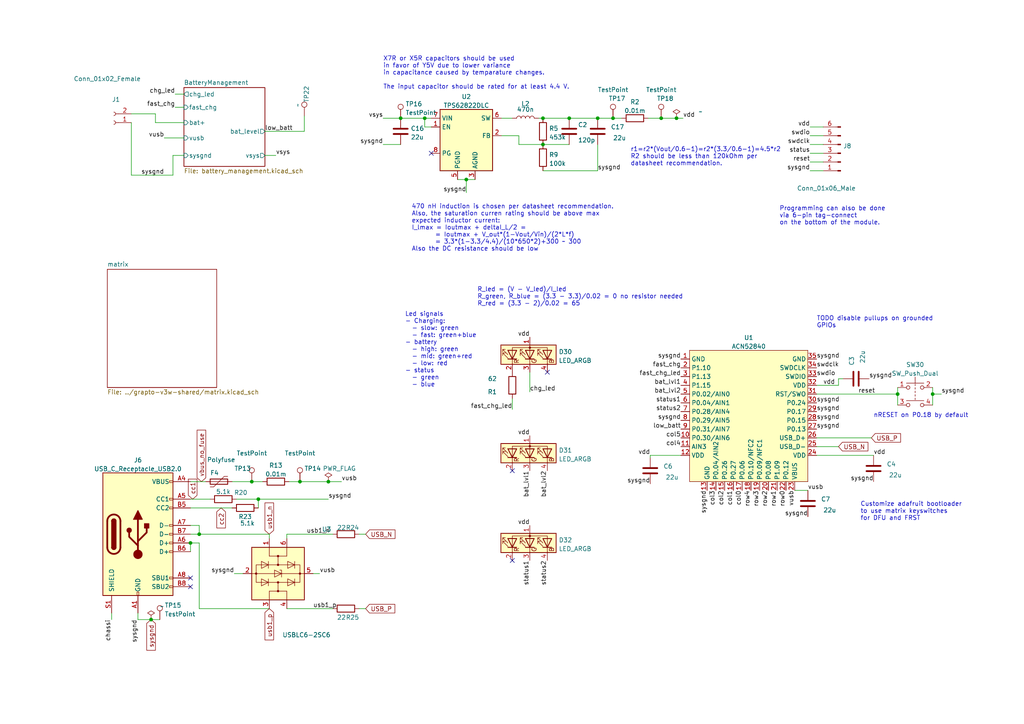
<source format=kicad_sch>
(kicad_sch (version 20211123) (generator eeschema)
  (paper "A4")
  (lib_symbols
    (symbol "Connector:Conn_01x02_Female" (pin_names (offset 1.016) hide)
      (property "Reference" "J" (at 0 2.54 0))
      (property "Value" "Conn_01x02_Female" (at 0 -5.08 0))
      (symbol "Conn_01x02_Female_1_1"
        (arc (start 0 -2.032) (mid -0.508 -2.54) (end 0 -3.048) (stroke (width 0.1524)))
        (polyline (pts (xy -1.27 -2.54) (xy -0.508 -2.54)) (stroke (width 0.1524)))
        (polyline (pts (xy -1.27 0) (xy -0.508 0)) (stroke (width 0.1524)))
        (arc (start 0 0.508) (mid -0.508 0) (end 0 -0.508) (stroke (width 0.1524)))
        (pin passive line (at -5.08 0 0) (length 3.81) (name "Pin_1") (number "1"))
        (pin passive line (at -5.08 -2.54 0) (length 3.81) (name "Pin_2") (number "2"))
      )
    )
    (symbol "Connector:Conn_01x06_Male" (pin_names (offset 1.016) hide)
      (property "Reference" "J" (at 0 7.62 0))
      (property "Value" "Conn_01x06_Male" (at 0 -10.16 0))
      (symbol "Conn_01x06_Male_1_1"
        (polyline (pts (xy 1.27 -7.62) (xy 0.8636 -7.62)) (stroke (width 0.1524)))
        (polyline (pts (xy 1.27 -5.08) (xy 0.8636 -5.08)) (stroke (width 0.1524)))
        (polyline (pts (xy 1.27 -2.54) (xy 0.8636 -2.54)) (stroke (width 0.1524)))
        (polyline (pts (xy 1.27 0) (xy 0.8636 0)) (stroke (width 0.1524)))
        (polyline (pts (xy 1.27 2.54) (xy 0.8636 2.54)) (stroke (width 0.1524)))
        (polyline (pts (xy 1.27 5.08) (xy 0.8636 5.08)) (stroke (width 0.1524)))
        (rectangle (start 0.8636 -7.493) (end 0 -7.747) (stroke (width 0.1524)) (fill (type outline)))
        (rectangle (start 0.8636 -4.953) (end 0 -5.207) (stroke (width 0.1524)) (fill (type outline)))
        (rectangle (start 0.8636 -2.413) (end 0 -2.667) (stroke (width 0.1524)) (fill (type outline)))
        (rectangle (start 0.8636 0.127) (end 0 -0.127) (stroke (width 0.1524)) (fill (type outline)))
        (rectangle (start 0.8636 2.667) (end 0 2.413) (stroke (width 0.1524)) (fill (type outline)))
        (rectangle (start 0.8636 5.207) (end 0 4.953) (stroke (width 0.1524)) (fill (type outline)))
        (pin passive line (at 5.08 5.08 180) (length 3.81) (name "Pin_1") (number "1"))
        (pin passive line (at 5.08 2.54 180) (length 3.81) (name "Pin_2") (number "2"))
        (pin passive line (at 5.08 0 180) (length 3.81) (name "Pin_3") (number "3"))
        (pin passive line (at 5.08 -2.54 180) (length 3.81) (name "Pin_4") (number "4"))
        (pin passive line (at 5.08 -5.08 180) (length 3.81) (name "Pin_5") (number "5"))
        (pin passive line (at 5.08 -7.62 180) (length 3.81) (name "Pin_6") (number "6"))
      )
    )
    (symbol "Connector:TestPoint" (pin_numbers hide) (pin_names (offset 0.762) hide)
      (property "Reference" "TP" (at 0 6.858 0))
      (property "Value" "TestPoint" (at 0 5.08 0))
      (symbol "TestPoint_0_1"
        (circle (center 0 3.302) (radius 0.762))
      )
      (symbol "TestPoint_1_1"
        (pin passive line (at 0 0 90) (length 2.54) (name "1") (number "1"))
      )
    )
    (symbol "Connector:USB_C_Receptacle_USB2.0" (pin_names (offset 1.016))
      (property "Reference" "J" (at -10.16 19.05 0))
      (property "Value" "USB_C_Receptacle_USB2.0" (at 19.05 19.05 0))
      (symbol "USB_C_Receptacle_USB2.0_0_0"
        (rectangle (start -0.254 -17.78) (end 0.254 -16.764))
        (rectangle (start 10.16 -14.986) (end 9.144 -15.494))
        (rectangle (start 10.16 -12.446) (end 9.144 -12.954))
        (rectangle (start 10.16 -4.826) (end 9.144 -5.334))
        (rectangle (start 10.16 -2.286) (end 9.144 -2.794))
        (rectangle (start 10.16 0.254) (end 9.144 -0.254))
        (rectangle (start 10.16 2.794) (end 9.144 2.286))
        (rectangle (start 10.16 7.874) (end 9.144 7.366))
        (rectangle (start 10.16 10.414) (end 9.144 9.906))
        (rectangle (start 10.16 15.494) (end 9.144 14.986))
      )
      (symbol "USB_C_Receptacle_USB2.0_0_1"
        (rectangle (start -10.16 17.78) (end 10.16 -17.78) (stroke (width 0.254)) (fill (type background)))
        (arc (start -8.89 -3.81) (mid -6.985 -5.715) (end -5.08 -3.81) (stroke (width 0.508)))
        (arc (start -7.62 -3.81) (mid -6.985 -4.445) (end -6.35 -3.81) (stroke (width 0.254)))
        (arc (start -7.62 -3.81) (mid -6.985 -4.445) (end -6.35 -3.81) (stroke (width 0.254)) (fill (type outline)))
        (rectangle (start -7.62 -3.81) (end -6.35 3.81) (stroke (width 0.254)) (fill (type outline)))
        (arc (start -6.35 3.81) (mid -6.985 4.445) (end -7.62 3.81) (stroke (width 0.254)))
        (arc (start -6.35 3.81) (mid -6.985 4.445) (end -7.62 3.81) (stroke (width 0.254)) (fill (type outline)))
        (arc (start -5.08 3.81) (mid -6.985 5.715) (end -8.89 3.81) (stroke (width 0.508)))
        (circle (center -2.54 1.143) (radius 0.635) (stroke (width 0.254)) (fill (type outline)))
        (circle (center 0 -5.842) (radius 1.27) (fill (type outline)))
        (polyline (pts (xy -8.89 -3.81) (xy -8.89 3.81)) (stroke (width 0.508)))
        (polyline (pts (xy -5.08 3.81) (xy -5.08 -3.81)) (stroke (width 0.508)))
        (polyline (pts (xy 0 -5.842) (xy 0 4.318)) (stroke (width 0.508)))
        (polyline (pts (xy 0 -3.302) (xy -2.54 -0.762) (xy -2.54 0.508)) (stroke (width 0.508)))
        (polyline (pts (xy 0 -2.032) (xy 2.54 0.508) (xy 2.54 1.778)) (stroke (width 0.508)))
        (polyline (pts (xy -1.27 4.318) (xy 0 6.858) (xy 1.27 4.318) (xy -1.27 4.318)) (stroke (width 0.254)) (fill (type outline)))
        (rectangle (start 1.905 1.778) (end 3.175 3.048) (stroke (width 0.254)) (fill (type outline)))
      )
      (symbol "USB_C_Receptacle_USB2.0_1_1"
        (pin passive line (at 0 -22.86 90) (length 5.08) (name "GND") (number "A1"))
        (pin passive line (at 0 -22.86 90) (length 5.08) hide (name "GND") (number "A12"))
        (pin passive line (at 15.24 15.24 180) (length 5.08) (name "VBUS") (number "A4"))
        (pin bidirectional line (at 15.24 10.16 180) (length 5.08) (name "CC1") (number "A5"))
        (pin bidirectional line (at 15.24 -2.54 180) (length 5.08) (name "D+") (number "A6"))
        (pin bidirectional line (at 15.24 2.54 180) (length 5.08) (name "D-") (number "A7"))
        (pin bidirectional line (at 15.24 -12.7 180) (length 5.08) (name "SBU1") (number "A8"))
        (pin passive line (at 15.24 15.24 180) (length 5.08) hide (name "VBUS") (number "A9"))
        (pin passive line (at 0 -22.86 90) (length 5.08) hide (name "GND") (number "B1"))
        (pin passive line (at 0 -22.86 90) (length 5.08) hide (name "GND") (number "B12"))
        (pin passive line (at 15.24 15.24 180) (length 5.08) hide (name "VBUS") (number "B4"))
        (pin bidirectional line (at 15.24 7.62 180) (length 5.08) (name "CC2") (number "B5"))
        (pin bidirectional line (at 15.24 -5.08 180) (length 5.08) (name "D+") (number "B6"))
        (pin bidirectional line (at 15.24 0 180) (length 5.08) (name "D-") (number "B7"))
        (pin bidirectional line (at 15.24 -15.24 180) (length 5.08) (name "SBU2") (number "B8"))
        (pin passive line (at 15.24 15.24 180) (length 5.08) hide (name "VBUS") (number "B9"))
        (pin passive line (at -7.62 -22.86 90) (length 5.08) (name "SHIELD") (number "S1"))
      )
    )
    (symbol "Device:C" (pin_numbers hide) (pin_names (offset 0.254))
      (property "Reference" "C" (at 0.635 2.54 0))
      (property "Value" "C" (at 0.635 -2.54 0))
      (symbol "C_0_1"
        (polyline (pts (xy -2.032 -0.762) (xy 2.032 -0.762)) (stroke (width 0.508)))
        (polyline (pts (xy -2.032 0.762) (xy 2.032 0.762)) (stroke (width 0.508)))
      )
      (symbol "C_1_1"
        (pin passive line (at 0 3.81 270) (length 2.794) (name "~") (number "1"))
        (pin passive line (at 0 -3.81 90) (length 2.794) (name "~") (number "2"))
      )
    )
    (symbol "Device:L" (pin_numbers hide) (pin_names (offset 1.016) hide)
      (property "Reference" "L" (at -1.27 0 90))
      (property "Value" "L" (at 1.905 0 90))
      (symbol "L_0_1"
        (arc (start 0 -2.54) (mid 0.635 -1.905) (end 0 -1.27))
        (arc (start 0 -1.27) (mid 0.635 -0.635) (end 0 0))
        (arc (start 0 0) (mid 0.635 0.635) (end 0 1.27))
        (arc (start 0 1.27) (mid 0.635 1.905) (end 0 2.54))
      )
      (symbol "L_1_1"
        (pin passive line (at 0 3.81 270) (length 1.27) (name "1") (number "1"))
        (pin passive line (at 0 -3.81 90) (length 1.27) (name "2") (number "2"))
      )
    )
    (symbol "Device:LED_ARGB" (pin_names (offset 0) hide)
      (property "Reference" "D" (at 0 9.398 0))
      (property "Value" "LED_ARGB" (at 0 -8.89 0))
      (symbol "LED_ARGB_0_0"
        (text "B" (at -1.905 -6.35 0) (effects (font (size 1.27 1.27))))
        (text "G" (at -1.905 -1.27 0) (effects (font (size 1.27 1.27))))
        (text "R" (at -1.905 3.81 0) (effects (font (size 1.27 1.27))))
      )
      (symbol "LED_ARGB_0_1"
        (polyline (pts (xy -1.27 -5.08) (xy -2.54 -5.08)))
        (polyline (pts (xy -1.27 -5.08) (xy 1.27 -5.08)))
        (polyline (pts (xy -1.27 -3.81) (xy -1.27 -6.35)) (stroke (width 0.254)))
        (polyline (pts (xy -1.27 0) (xy -2.54 0)))
        (polyline (pts (xy -1.27 1.27) (xy -1.27 -1.27)) (stroke (width 0.254)))
        (polyline (pts (xy -1.27 5.08) (xy -2.54 5.08)))
        (polyline (pts (xy -1.27 5.08) (xy 1.27 5.08)))
        (polyline (pts (xy -1.27 6.35) (xy -1.27 3.81)) (stroke (width 0.254)))
        (polyline (pts (xy 1.27 0) (xy -1.27 0)))
        (polyline (pts (xy 1.27 0) (xy 2.54 0)))
        (polyline (pts (xy -1.27 1.27) (xy -1.27 -1.27) (xy -1.27 -1.27)))
        (polyline (pts (xy -1.27 6.35) (xy -1.27 3.81) (xy -1.27 3.81)))
        (polyline (pts (xy 1.27 -5.08) (xy 2.032 -5.08) (xy 2.032 5.08) (xy 1.27 5.08)))
        (polyline (pts (xy 1.27 -3.81) (xy 1.27 -6.35) (xy -1.27 -5.08) (xy 1.27 -3.81)) (stroke (width 0.254)))
        (polyline (pts (xy 1.27 1.27) (xy 1.27 -1.27) (xy -1.27 0) (xy 1.27 1.27)) (stroke (width 0.254)))
        (polyline (pts (xy 1.27 6.35) (xy 1.27 3.81) (xy -1.27 5.08) (xy 1.27 6.35)) (stroke (width 0.254)))
        (polyline (pts (xy -1.016 -3.81) (xy 0.508 -2.286) (xy -0.254 -2.286) (xy 0.508 -2.286) (xy 0.508 -3.048)))
        (polyline (pts (xy -1.016 1.27) (xy 0.508 2.794) (xy -0.254 2.794) (xy 0.508 2.794) (xy 0.508 2.032)))
        (polyline (pts (xy -1.016 6.35) (xy 0.508 7.874) (xy -0.254 7.874) (xy 0.508 7.874) (xy 0.508 7.112)))
        (polyline (pts (xy 0 -3.81) (xy 1.524 -2.286) (xy 0.762 -2.286) (xy 1.524 -2.286) (xy 1.524 -3.048)))
        (polyline (pts (xy 0 1.27) (xy 1.524 2.794) (xy 0.762 2.794) (xy 1.524 2.794) (xy 1.524 2.032)))
        (polyline (pts (xy 0 6.35) (xy 1.524 7.874) (xy 0.762 7.874) (xy 1.524 7.874) (xy 1.524 7.112)))
        (rectangle (start 1.27 -1.27) (end 1.27 1.27))
        (rectangle (start 1.27 1.27) (end 1.27 1.27))
        (rectangle (start 1.27 3.81) (end 1.27 6.35))
        (rectangle (start 1.27 6.35) (end 1.27 6.35))
        (circle (center 2.032 0) (radius 0.254) (fill (type outline)))
        (rectangle (start 2.794 8.382) (end -2.794 -7.62) (stroke (width 0.254)) (fill (type background)))
      )
      (symbol "LED_ARGB_1_1"
        (pin passive line (at 5.08 0 180) (length 2.54) (name "A") (number "1"))
        (pin passive line (at -5.08 5.08 0) (length 2.54) (name "RK") (number "2"))
        (pin passive line (at -5.08 0 0) (length 2.54) (name "GK") (number "3"))
        (pin passive line (at -5.08 -5.08 0) (length 2.54) (name "BK") (number "4"))
      )
    )
    (symbol "Device:Polyfuse" (pin_numbers hide) (pin_names (offset 0))
      (property "Reference" "F" (at -2.54 0 90))
      (property "Value" "Polyfuse" (at 2.54 0 90))
      (symbol "Polyfuse_0_1"
        (rectangle (start -0.762 2.54) (end 0.762 -2.54) (stroke (width 0.254)))
        (polyline (pts (xy 0 2.54) (xy 0 -2.54)))
        (polyline (pts (xy -1.524 2.54) (xy -1.524 1.524) (xy 1.524 -1.524) (xy 1.524 -2.54)))
      )
      (symbol "Polyfuse_1_1"
        (pin passive line (at 0 3.81 270) (length 1.27) (name "~") (number "1"))
        (pin passive line (at 0 -3.81 90) (length 1.27) (name "~") (number "2"))
      )
    )
    (symbol "Device:R" (pin_numbers hide) (pin_names (offset 0))
      (property "Reference" "R" (at 2.032 0 90))
      (property "Value" "R" (at 0 0 90))
      (symbol "R_0_1"
        (rectangle (start -1.016 -2.54) (end 1.016 2.54) (stroke (width 0.254)))
      )
      (symbol "R_1_1"
        (pin passive line (at 0 3.81 270) (length 1.27) (name "~") (number "1"))
        (pin passive line (at 0 -3.81 90) (length 1.27) (name "~") (number "2"))
      )
    )
    (symbol "Power_Protection:USBLC6-2SC6" (pin_names hide)
      (property "Reference" "U" (at 2.54 8.89 0))
      (property "Value" "USBLC6-2SC6" (at 2.54 -8.89 0))
      (symbol "USBLC6-2SC6_0_1"
        (rectangle (start -7.62 -7.62) (end 7.62 7.62) (stroke (width 0.254)) (fill (type background)))
        (circle (center -5.08 0) (radius 0.254) (fill (type outline)))
        (circle (center -2.54 0) (radius 0.254) (fill (type outline)))
        (rectangle (start -2.54 6.35) (end 2.54 -6.35))
        (circle (center 0 -6.35) (radius 0.254) (fill (type outline)))
        (polyline (pts (xy -5.08 -2.54) (xy -7.62 -2.54)))
        (polyline (pts (xy -5.08 0) (xy -5.08 -2.54)))
        (polyline (pts (xy -5.08 2.54) (xy -7.62 2.54)))
        (polyline (pts (xy -1.524 -2.794) (xy -3.556 -2.794)))
        (polyline (pts (xy -1.524 4.826) (xy -3.556 4.826)))
        (polyline (pts (xy 0 -7.62) (xy 0 -6.35)))
        (polyline (pts (xy 0 -6.35) (xy 0 1.27)))
        (polyline (pts (xy 0 1.27) (xy 0 6.35)))
        (polyline (pts (xy 0 6.35) (xy 0 7.62)))
        (polyline (pts (xy 1.524 -2.794) (xy 3.556 -2.794)))
        (polyline (pts (xy 1.524 4.826) (xy 3.556 4.826)))
        (polyline (pts (xy 5.08 -2.54) (xy 7.62 -2.54)))
        (polyline (pts (xy 5.08 0) (xy 5.08 -2.54)))
        (polyline (pts (xy 5.08 2.54) (xy 7.62 2.54)))
        (polyline (pts (xy -2.54 0) (xy -5.08 0) (xy -5.08 2.54)))
        (polyline (pts (xy 2.54 0) (xy 5.08 0) (xy 5.08 2.54)))
        (polyline (pts (xy -3.556 -4.826) (xy -1.524 -4.826) (xy -2.54 -2.794) (xy -3.556 -4.826)))
        (polyline (pts (xy -3.556 2.794) (xy -1.524 2.794) (xy -2.54 4.826) (xy -3.556 2.794)))
        (polyline (pts (xy -1.016 -1.016) (xy 1.016 -1.016) (xy 0 1.016) (xy -1.016 -1.016)))
        (polyline (pts (xy 1.016 1.016) (xy 0.762 1.016) (xy -1.016 1.016) (xy -1.016 0.508)))
        (polyline (pts (xy 3.556 -4.826) (xy 1.524 -4.826) (xy 2.54 -2.794) (xy 3.556 -4.826)))
        (polyline (pts (xy 3.556 2.794) (xy 1.524 2.794) (xy 2.54 4.826) (xy 3.556 2.794)))
        (circle (center 0 6.35) (radius 0.254) (fill (type outline)))
        (circle (center 2.54 0) (radius 0.254) (fill (type outline)))
        (circle (center 5.08 0) (radius 0.254) (fill (type outline)))
      )
      (symbol "USBLC6-2SC6_1_1"
        (pin passive line (at -10.16 -2.54 0) (length 2.54) (name "I/O1") (number "1"))
        (pin passive line (at 0 -10.16 90) (length 2.54) (name "GND") (number "2"))
        (pin passive line (at 10.16 -2.54 180) (length 2.54) (name "I/O2") (number "3"))
        (pin passive line (at 10.16 2.54 180) (length 2.54) (name "I/O2") (number "4"))
        (pin passive line (at 0 10.16 270) (length 2.54) (name "VBUS") (number "5"))
        (pin passive line (at -10.16 2.54 0) (length 2.54) (name "I/O1") (number "6"))
      )
    )
    (symbol "Regulator_Switching:TPS62822DLC"
      (property "Reference" "U" (at -7.62 11.43 0))
      (property "Value" "TPS62822DLC" (at -1.27 11.43 0))
      (symbol "TPS62822DLC_0_1"
        (rectangle (start -7.62 10.16) (end 7.62 -7.62) (stroke (width 0.254)) (fill (type background)))
      )
      (symbol "TPS62822DLC_1_1"
        (pin input line (at -10.16 5.08 0) (length 2.54) (name "EN") (number "1"))
        (pin input line (at 10.16 2.54 180) (length 2.54) (name "FB") (number "2"))
        (pin power_in line (at 2.54 -10.16 90) (length 2.54) (name "AGND") (number "3"))
        (pin no_connect line (at 7.62 5.08 180) (length 2.54) hide (name "NC") (number "4"))
        (pin power_in line (at -2.54 -10.16 90) (length 2.54) (name "PGND") (number "5"))
        (pin power_out line (at 10.16 7.62 180) (length 2.54) (name "SW") (number "6"))
        (pin power_in line (at -10.16 7.62 0) (length 2.54) (name "VIN") (number "7"))
        (pin open_collector line (at -10.16 -2.54 0) (length 2.54) (name "PG") (number "8"))
      )
    )
    (symbol "Switch:SW_Push_Dual" (pin_names (offset 1.016) hide)
      (property "Reference" "SW" (at 1.27 2.54 0))
      (property "Value" "SW_Push_Dual" (at 0 -6.858 0))
      (symbol "SW_Push_Dual_0_1"
        (circle (center -2.032 -5.08) (radius 0.508))
        (circle (center -2.032 0) (radius 0.508))
        (polyline (pts (xy 0 -3.048) (xy 0 -3.556)))
        (polyline (pts (xy 0 -2.032) (xy 0 -2.54)))
        (polyline (pts (xy 0 -1.524) (xy 0 -1.016)))
        (polyline (pts (xy 0 -0.508) (xy 0 0)))
        (polyline (pts (xy 0 0.508) (xy 0 1.016)))
        (polyline (pts (xy 0 1.27) (xy 0 3.048)))
        (polyline (pts (xy 2.54 -3.81) (xy -2.54 -3.81)))
        (polyline (pts (xy 2.54 1.27) (xy -2.54 1.27)))
        (circle (center 2.032 -5.08) (radius 0.508))
        (circle (center 2.032 0) (radius 0.508))
        (pin passive line (at -5.08 0 0) (length 2.54) (name "1") (number "1"))
        (pin passive line (at 5.08 0 180) (length 2.54) (name "2") (number "2"))
        (pin passive line (at -5.08 -5.08 0) (length 2.54) (name "3") (number "3"))
        (pin passive line (at 5.08 -5.08 180) (length 2.54) (name "4") (number "4"))
      )
    )
    (symbol "grapto-v3w:ACN52840"
      (property "Reference" "U?" (at -0.635 36.669 0))
      (property "Value" "ACN52840" (at -0.635 34.1321 0))
      (symbol "ACN52840_0_1"
        (rectangle (start -17.78 33.02) (end 16.51 -5.08) (stroke (width 0.1524)) (fill (type background)))
      )
      (symbol "ACN52840_1_1"
        (pin power_in line (at -20.32 30.48 0) (length 2.54) (name "GND") (number "1"))
        (pin bidirectional line (at -20.32 7.62 0) (length 2.54) (name "P0.30/AIN6") (number "10"))
        (pin input line (at -20.32 5.08 0) (length 2.54) (name "AIN3") (number "11"))
        (pin power_in line (at -20.32 2.54 0) (length 2.54) (name "VDD") (number "12"))
        (pin power_in line (at -12.7 -7.62 90) (length 2.54) (name "GND") (number "13"))
        (pin bidirectional line (at -10.16 -7.62 90) (length 2.54) (name "P0.04/AIN2") (number "14"))
        (pin bidirectional line (at -7.62 -7.62 90) (length 2.54) (name "P0.26") (number "15"))
        (pin bidirectional line (at -5.08 -7.62 90) (length 2.54) (name "P0.27") (number "16"))
        (pin bidirectional line (at -2.54 -7.62 90) (length 2.54) (name "P0.06") (number "17"))
        (pin bidirectional line (at 0 -7.62 90) (length 2.54) (name "P0.10/NFC2") (number "18"))
        (pin bidirectional line (at 2.54 -7.62 90) (length 2.54) (name "P0.09/NFC1") (number "19"))
        (pin bidirectional line (at -20.32 27.94 0) (length 2.54) (name "P1.10") (number "2"))
        (pin bidirectional line (at 5.08 -7.62 90) (length 2.54) (name "P0.08") (number "20"))
        (pin bidirectional line (at 7.62 -7.62 90) (length 2.54) (name "P1.09") (number "21"))
        (pin bidirectional line (at 10.16 -7.62 90) (length 2.54) (name "P0.12") (number "22"))
        (pin power_in line (at 12.7 -7.62 90) (length 2.54) (name "VBUS") (number "23"))
        (pin power_in line (at 19.05 2.54 180) (length 2.54) (name "VDD") (number "24"))
        (pin bidirectional line (at 19.05 5.08 180) (length 2.54) (name "USB_D-") (number "25"))
        (pin bidirectional line (at 19.05 7.62 180) (length 2.54) (name "USB_D+") (number "26"))
        (pin bidirectional line (at 19.05 10.16 180) (length 2.54) (name "P0.13") (number "27"))
        (pin bidirectional line (at 19.05 12.7 180) (length 2.54) (name "P0.15") (number "28"))
        (pin bidirectional line (at 19.05 15.24 180) (length 2.54) (name "P0.17") (number "29"))
        (pin bidirectional line (at -20.32 25.4 0) (length 2.54) (name "P1.13") (number "3"))
        (pin bidirectional line (at 19.05 17.78 180) (length 2.54) (name "P0.24") (number "30"))
        (pin bidirectional line (at 19.05 20.32 180) (length 2.54) (name "RST/SWO") (number "31"))
        (pin power_in line (at 19.05 22.86 180) (length 2.54) (name "VDD") (number "32"))
        (pin bidirectional line (at 19.05 25.4 180) (length 2.54) (name "SWDIO") (number "33"))
        (pin bidirectional line (at 19.05 27.94 180) (length 2.54) (name "SWDCLK") (number "34"))
        (pin power_in line (at 19.05 30.48 180) (length 2.54) (name "GND") (number "35"))
        (pin bidirectional line (at -20.32 22.86 0) (length 2.54) (name "P1.15") (number "4"))
        (pin input line (at -20.32 20.32 0) (length 2.54) (name "P0.02/AIN0") (number "5"))
        (pin input line (at -20.32 17.78 0) (length 2.54) (name "P0.04/AIN1") (number "6"))
        (pin bidirectional line (at -20.32 15.24 0) (length 2.54) (name "P0.28/AIN4") (number "7"))
        (pin bidirectional line (at -20.32 12.7 0) (length 2.54) (name "P0.29/AIN5") (number "8"))
        (pin bidirectional line (at -20.32 10.16 0) (length 2.54) (name "P0.31/AIN7") (number "9"))
      )
    )
    (symbol "power:PWR_FLAG" (power) (pin_numbers hide) (pin_names (offset 0) hide)
      (property "Value" "PWR_FLAG" (at 0 3.81 0))
      (symbol "PWR_FLAG_0_0"
        (pin power_out line (at 0 0 90) (length 0) (name "pwr") (number "1"))
      )
      (symbol "PWR_FLAG_0_1"
        (polyline (pts (xy 0 0) (xy 0 1.27) (xy -1.016 1.905) (xy 0 2.54) (xy 1.016 1.905) (xy 0 1.27)))
      )
    )
  )
  (junction (at 260.35 114.3))
  (junction (at 95.25 139.7))
  (junction (at 173.355 34.29))
  (junction (at 74.93 144.78))
  (junction (at 86.995 139.7))
  (junction (at 116.205 34.29))
  (junction (at 43.815 179.705))
  (junction (at 165.1 34.29))
  (junction (at 157.48 41.91))
  (junction (at 191.77 34.29))
  (junction (at 73.025 139.7))
  (junction (at 196.215 34.29))
  (junction (at 55.245 157.48))
  (junction (at 157.48 34.29))
  (junction (at 177.8 34.29))
  (junction (at 123.19 34.29))
  (junction (at 57.785 154.94))
  (junction (at 270.51 114.3))
  (junction (at 135.255 52.07))
  (no_connect (at 158.75 107.95))
  (no_connect (at 148.59 136.525))
  (no_connect (at 55.245 170.18))
  (no_connect (at 125.095 44.45))
  (no_connect (at 148.59 162.56))
  (no_connect (at 55.245 167.64))
  (wire (pts (xy 55.245 144.78) (xy 60.96 144.78)))
  (wire (pts (xy 270.51 112.395) (xy 270.51 114.3)))
  (wire (pts (xy 150.495 39.37) (xy 150.495 41.91)))
  (wire (pts (xy 76.835 45.085) (xy 80.01 45.085)))
  (wire (pts (xy 53.34 35.56) (xy 45.085 35.56)))
  (wire (pts (xy 157.48 49.53) (xy 173.355 49.53)))
  (wire (pts (xy 260.35 112.395) (xy 260.35 114.3)))
  (wire (pts (xy 45.085 35.56) (xy 45.085 33.02)))
  (wire (pts (xy 148.59 115.57) (xy 148.59 118.745)))
  (wire (pts (xy 83.185 156.21) (xy 83.185 154.94)))
  (wire (pts (xy 123.19 36.83) (xy 123.19 34.29)))
  (wire (pts (xy 187.96 34.29) (xy 191.77 34.29)))
  (wire (pts (xy 243.205 129.54) (xy 236.855 129.54)))
  (wire (pts (xy 55.245 152.4) (xy 57.785 152.4)))
  (wire (pts (xy 83.185 154.94) (xy 96.52 154.94)))
  (wire (pts (xy 55.245 157.48) (xy 55.245 160.02)))
  (wire (pts (xy 230.505 142.24) (xy 234.315 142.24)))
  (wire (pts (xy 173.355 41.91) (xy 173.355 49.53)))
  (wire (pts (xy 45.085 33.02) (xy 38.1 33.02)))
  (wire (pts (xy 243.205 109.855) (xy 243.205 111.76)))
  (wire (pts (xy 67.31 139.7) (xy 73.025 139.7)))
  (wire (pts (xy 177.8 34.29) (xy 180.34 34.29)))
  (wire (pts (xy 236.855 114.3) (xy 260.35 114.3)))
  (wire (pts (xy 157.48 41.91) (xy 165.1 41.91)))
  (wire (pts (xy 132.715 52.07) (xy 135.255 52.07)))
  (wire (pts (xy 50.8 31.115) (xy 53.34 31.115)))
  (wire (pts (xy 57.785 176.53) (xy 78.105 176.53)))
  (wire (pts (xy 73.025 139.7) (xy 76.2 139.7)))
  (wire (pts (xy 173.355 34.29) (xy 177.8 34.29)))
  (wire (pts (xy 74.93 144.78) (xy 74.93 147.32)))
  (wire (pts (xy 76.835 38.1) (xy 88.265 38.1)))
  (wire (pts (xy 252.73 127) (xy 236.855 127)))
  (wire (pts (xy 50.165 50.8) (xy 50.165 45.085)))
  (wire (pts (xy 78.105 154.94) (xy 78.105 156.21)))
  (wire (pts (xy 188.595 132.08) (xy 197.485 132.08)))
  (wire (pts (xy 234.95 44.45) (xy 238.76 44.45)))
  (wire (pts (xy 57.785 154.94) (xy 78.105 154.94)))
  (wire (pts (xy 57.785 157.48) (xy 57.785 176.53)))
  (wire (pts (xy 95.25 139.7) (xy 99.06 139.7)))
  (wire (pts (xy 74.93 144.78) (xy 95.25 144.78)))
  (wire (pts (xy 234.95 41.91) (xy 238.76 41.91)))
  (wire (pts (xy 104.14 176.53) (xy 106.045 176.53)))
  (wire (pts (xy 116.205 34.29) (xy 123.19 34.29)))
  (wire (pts (xy 86.995 139.7) (xy 95.25 139.7)))
  (wire (pts (xy 55.245 139.7) (xy 59.69 139.7)))
  (wire (pts (xy 236.855 111.76) (xy 243.205 111.76)))
  (wire (pts (xy 50.165 45.085) (xy 53.34 45.085)))
  (wire (pts (xy 70.485 166.37) (xy 67.945 166.37)))
  (wire (pts (xy 40.005 179.705) (xy 43.815 179.705)))
  (wire (pts (xy 83.185 176.53) (xy 96.52 176.53)))
  (wire (pts (xy 145.415 34.29) (xy 148.59 34.29)))
  (wire (pts (xy 57.785 154.94) (xy 57.785 152.4)))
  (wire (pts (xy 47.625 40.005) (xy 53.34 40.005)))
  (wire (pts (xy 55.245 154.94) (xy 57.785 154.94)))
  (wire (pts (xy 135.255 52.07) (xy 137.795 52.07)))
  (wire (pts (xy 270.51 114.3) (xy 270.51 117.475)))
  (wire (pts (xy 234.95 46.99) (xy 238.76 46.99)))
  (wire (pts (xy 88.265 33.655) (xy 88.265 38.1)))
  (wire (pts (xy 38.1 50.8) (xy 50.165 50.8)))
  (wire (pts (xy 157.48 34.29) (xy 165.1 34.29)))
  (wire (pts (xy 234.95 36.83) (xy 238.76 36.83)))
  (wire (pts (xy 236.855 132.08) (xy 253.365 132.08)))
  (wire (pts (xy 234.95 49.53) (xy 238.76 49.53)))
  (wire (pts (xy 83.82 139.7) (xy 86.995 139.7)))
  (wire (pts (xy 43.815 179.705) (xy 46.355 179.705)))
  (wire (pts (xy 188.595 132.715) (xy 188.595 132.08)))
  (wire (pts (xy 165.1 34.29) (xy 173.355 34.29)))
  (wire (pts (xy 150.495 41.91) (xy 157.48 41.91)))
  (wire (pts (xy 135.255 52.07) (xy 135.255 55.88)))
  (wire (pts (xy 111.125 41.91) (xy 116.205 41.91)))
  (wire (pts (xy 50.8 27.305) (xy 53.34 27.305)))
  (wire (pts (xy 40.005 177.8) (xy 40.005 179.705)))
  (wire (pts (xy 156.21 34.29) (xy 157.48 34.29)))
  (wire (pts (xy 153.67 107.95) (xy 153.67 113.665)))
  (wire (pts (xy 125.095 36.83) (xy 123.19 36.83)))
  (wire (pts (xy 243.205 109.855) (xy 244.475 109.855)))
  (wire (pts (xy 191.77 34.29) (xy 196.215 34.29)))
  (wire (pts (xy 123.19 34.29) (xy 125.095 34.29)))
  (wire (pts (xy 55.245 147.32) (xy 67.31 147.32)))
  (wire (pts (xy 145.415 39.37) (xy 150.495 39.37)))
  (wire (pts (xy 234.95 39.37) (xy 238.76 39.37)))
  (wire (pts (xy 104.14 154.94) (xy 106.045 154.94)))
  (wire (pts (xy 32.385 177.8) (xy 32.385 179.705)))
  (wire (pts (xy 196.215 34.29) (xy 198.12 34.29)))
  (wire (pts (xy 38.1 35.56) (xy 38.1 50.8)))
  (wire (pts (xy 90.805 166.37) (xy 92.71 166.37)))
  (wire (pts (xy 260.35 114.3) (xy 260.35 117.475)))
  (wire (pts (xy 55.245 157.48) (xy 57.785 157.48)))
  (wire (pts (xy 68.58 144.78) (xy 74.93 144.78)))
  (wire (pts (xy 111.125 34.29) (xy 116.205 34.29)))
  (wire (pts (xy 270.51 114.3) (xy 273.05 114.3)))
  (text "nRESET on P0.18 by default" (at 253.365 121.285 0) (effects (font (size 1.27 1.27)) (justify left bottom)))
  (text "X7R or X5R capacitors should be used\nin favor of Y5V due to lower variance\nin capacitance caused by temparature changes.\n \nThe input capacitor should be rated for at least 4.4 V." (at 111.125 26.035 0) (effects (font (size 1.27 1.27)) (justify left bottom)))
  (text "TODO disable pullups on grounded\nGPIOs" (at 236.855 95.25 0) (effects (font (size 1.27 1.27)) (justify left bottom)))
  (text "470 nH induction is chosen per datasheet recommendation.\nAlso, the saturation curren rating should be above max\nexpected inductor current:\nI_lmax = Ioutmax + deltaI_L/2 =\n       = Ioutmax + V_out*(1-Vout/Vin)/(2*L*f) \n       = 3.3*(1-3.3/4.4)/(10*650*2)+300 ~ 300\nAlso the DC resistance should be low" (at 119.38 73.025 0) (effects (font (size 1.27 1.27)) (justify left bottom)))
  (text "Customize adafruit bootloader\nto use matrix keyswitches\nfor DFU and FRST" (at 249.555 151.13 0) (effects (font (size 1.27 1.27)) (justify left bottom)))
  (text "Programming can also be done\nvia 6-pin tag-connect\non the bottom of the module." (at 226.06 65.405 0) (effects (font (size 1.27 1.27)) (justify left bottom)))
  (text "r1=r2*(Vout/0.6-1)=r2*(3.3/0.6-1)=4.5*r2\nR2 should be less than 120kOhm per \ndatasheet recommendation.\n" (at 182.88 48.26 0) (effects (font (size 1.27 1.27)) (justify left bottom)))
  (text "R_led = (V - V_led)/I_led\nR_green, R_blue = (3.3 - 3.3)/0.02 = 0 no resistor needed\nR_red = (3.3 - 2)/0.02 = 65" (at 138.43 88.9 0) (effects (font (size 1.27 1.27)) (justify left bottom)))
  (text "Led signals\n- Charging:\n  - slow: green\n  - fast: green+blue\n- battery\n  - high: green\n  - mid: green+red\n  - low: red\n- status\n  - green\n  - blue" (at 117.475 112.395 0) (effects (font (size 1.27 1.27)) (justify left bottom)))
  (label "sysgnd" (at 236.855 124.46 0))
  (label "sysgnd" (at 234.95 49.53 180))
  (label "chg_led" (at 153.67 113.665 0))
  (label "sysgnd" (at 135.255 55.88 180))
  (label "sysgnd" (at 205.105 142.24 270))
  (label "vdd" (at 234.95 36.83 180))
  (label "sysgnd" (at 67.945 166.37 180))
  (label "vdd" (at 153.67 126.365 180))
  (label "vusb" (at 92.71 166.37 0))
  (label "sysgnd" (at 197.485 121.92 180))
  (label "sysgnd" (at 234.315 149.86 180))
  (label "vdd" (at 153.67 152.4 180))
  (label "fast_chg_led" (at 197.485 109.22 180))
  (label "fast_chg_led" (at 148.59 118.745 180))
  (label "swdio" (at 234.95 39.37 180))
  (label "swdclk" (at 234.95 41.91 180))
  (label "chassi" (at 32.385 179.705 270))
  (label "usb1_n" (at 88.9 154.94 0))
  (label "reset" (at 234.95 46.99 180))
  (label "bat_lvl1" (at 197.485 111.76 180))
  (label "col3" (at 207.645 142.24 270))
  (label "vdd" (at 253.365 132.08 0))
  (label "sysgnd" (at 197.485 104.14 180))
  (label "status1" (at 153.67 162.56 270))
  (label "sysgnd" (at 188.595 140.335 180))
  (label "vsys" (at 111.125 34.29 180))
  (label "status" (at 234.95 44.45 180))
  (label "fast_chg" (at 197.485 106.68 180))
  (label "low_batt" (at 76.835 38.1 0))
  (label "low_batt" (at 197.485 124.46 180))
  (label "status1" (at 197.485 116.84 180))
  (label "col1" (at 212.725 142.24 270))
  (label "sysgnd" (at 252.095 109.855 0))
  (label "sysgnd" (at 40.005 179.705 270))
  (label "sysgnd" (at 111.125 41.91 180))
  (label "col2" (at 210.185 142.24 270))
  (label "status2" (at 158.75 162.56 270))
  (label "sysgnd" (at 173.355 49.53 0))
  (label "row0" (at 227.965 142.24 270))
  (label "row4" (at 217.805 142.24 270))
  (label "row1" (at 225.425 142.24 270))
  (label "col4" (at 197.485 129.54 180))
  (label "col0" (at 215.265 142.24 270))
  (label "fast_chg" (at 50.8 31.115 180))
  (label "vusb" (at 234.315 142.24 0))
  (label "sysgnd" (at 273.05 114.3 0))
  (label "sysgnd" (at 95.25 144.78 0))
  (label "row3" (at 220.345 142.24 270))
  (label "vdd" (at 188.595 132.08 180))
  (label "sysgnd" (at 47.625 50.8 180))
  (label "chg_led" (at 50.8 27.305 180))
  (label "vdd" (at 238.76 111.76 0))
  (label "vusb" (at 99.06 139.7 0))
  (label "bat_lvl1" (at 153.67 136.525 270))
  (label "sysgnd" (at 253.365 139.7 180))
  (label "vdd" (at 198.12 34.29 0))
  (label "bat_lvl2" (at 158.75 136.525 270))
  (label "sysgnd" (at 236.855 119.38 0))
  (label "vusb" (at 47.625 40.005 180))
  (label "sysgnd" (at 236.855 104.14 0))
  (label "vdd" (at 153.67 97.79 180))
  (label "bat_lvl2" (at 197.485 114.3 180))
  (label "vusb" (at 230.505 142.24 270))
  (label "row2" (at 222.885 142.24 270))
  (label "usb1_p" (at 90.805 176.53 0))
  (label "sysgnd" (at 236.855 116.84 0))
  (label "swdio" (at 236.855 109.22 0))
  (label "sysgnd" (at 236.855 121.92 0))
  (label "vsys" (at 80.01 45.085 0))
  (label "swdclk" (at 236.855 106.68 0))
  (label "status2" (at 197.485 119.38 180))
  (label "col5" (at 197.485 127 180))
  (label "reset" (at 248.92 114.3 0))
  (global_label "usb1_n" (shape input) (at 78.105 154.94 90) (property "Intersheet References" "${INTERSHEET_REFS}" (effects hide)))
  (global_label "USB_P" (shape input) (at 106.045 176.53 0) (property "Intersheet References" "${INTERSHEET_REFS}" (effects hide)))
  (global_label "sysgnd" (shape input) (at 43.815 179.705 270) (property "Intersheet References" "${INTERSHEET_REFS}" (effects hide)))
  (global_label "USB_N" (shape input) (at 106.045 154.94 0) (property "Intersheet References" "${INTERSHEET_REFS}" (effects hide)))
  (global_label "cc2" (shape input) (at 64.135 147.32 270) (property "Intersheet References" "${INTERSHEET_REFS}" (effects hide)))
  (global_label "vbus_no_fuse" (shape input) (at 58.42 139.7 90) (property "Intersheet References" "${INTERSHEET_REFS}" (effects hide)))
  (global_label "USB_N" (shape input) (at 243.205 129.54 0) (property "Intersheet References" "${INTERSHEET_REFS}" (effects hide)))
  (global_label "USB_P" (shape input) (at 252.73 127 0) (property "Intersheet References" "${INTERSHEET_REFS}" (effects hide)))
  (global_label "usb1_p" (shape input) (at 78.105 176.53 270) (property "Intersheet References" "${INTERSHEET_REFS}" (effects hide)))
  (global_label "cc1" (shape input) (at 55.88 144.78 90) (property "Intersheet References" "${INTERSHEET_REFS}" (effects hide)))
  (symbol (lib_id "Connector:USB_C_Receptacle_USB2.0") (at 40.005 154.94 0) (unit 1)
    (property "Reference" "J6" (at 40.005 133.4602 0))
    (property "Value" "USB_C_Receptacle_USB2.0" (at 40.005 135.9971 0))
    (property "Footprint" "Connector_USB:USB_C_Receptacle_G-Switch_GT-USB-7010ASV" (effects hide))
    (property "Datasheet" "https://www.usb.org/sites/default/files/documents/usb_type-c.zip" (effects hide))
  )
  (symbol (lib_id "Device:R") (at 157.48 38.1 0) (unit 1)
    (property "Reference" "R5" (at 159.258 37.2653 0) (effects (justify left)))
    (property "Value" "453k" (at 159.258 39.8022 0) (effects (justify left)))
    (property "Footprint" "Resistor_SMD:R_0603_1608Metric_Pad0.98x0.95mm_HandSolder" (effects hide))
  )
  (symbol (lib_id "power:PWR_FLAG") (at 196.215 34.29 0) (unit 1)
    (property "Reference" "#FLG0108" (effects hide))
    (property "Value" "~" (at 203.2 32.385 0))
  )
  (symbol (lib_id "Connector:TestPoint") (at 177.8 34.29 0) (unit 1)
    (property "Reference" "TP17" (at 176.53 28.575 0) (effects (justify left)))
    (property "Value" "TestPoint" (at 173.355 26.035 0) (effects (justify left)))
    (property "Footprint" "grapto-v3w:TestPoint_THTPad_D2.0mm_Drill1.0mm" (effects hide))
  )
  (symbol (lib_id "Device:C") (at 248.285 109.855 90) (unit 1)
    (property "Reference" "C3" (at 247.015 106.045 0) (effects (justify left)))
    (property "Value" "22u" (at 250.19 105.41 0) (effects (justify left)))
    (property "Footprint" "Fuse:Fuse_0603_1608Metric_Pad1.05x0.95mm_HandSolder" (effects hide))
  )
  (symbol (lib_id "power:PWR_FLAG") (at 95.25 139.7 0) (unit 1)
    (property "Reference" "#FLG0105" (effects hide))
    (property "Value" "PWR_FLAG" (at 98.425 135.89 0))
  )
  (symbol (lib_id "Device:C") (at 253.365 135.89 0) (unit 1)
    (property "Reference" "C4" (at 257.175 134.62 0) (effects (justify left)))
    (property "Value" "22u" (at 257.81 137.795 0) (effects (justify left)))
    (property "Footprint" "Fuse:Fuse_0603_1608Metric_Pad1.05x0.95mm_HandSolder" (effects hide))
  )
  (symbol (lib_id "Device:C") (at 173.355 38.1 0) (unit 1)
    (property "Reference" "C17" (at 177.165 36.83 0) (effects (justify left)))
    (property "Value" "22u" (at 177.8 40.005 0) (effects (justify left)))
    (property "Footprint" "Fuse:Fuse_0603_1608Metric_Pad1.05x0.95mm_HandSolder" (effects hide))
  )
  (symbol (lib_id "Device:LED_ARGB") (at 153.67 102.87 90) (unit 1)
    (property "Reference" "D30" (at 162.052 102.0353 90) (effects (justify right)))
    (property "Value" "LED_ARGB" (at 162.052 104.5722 90) (effects (justify right)))
    (property "Footprint" "grapto-v3w:23-23B-R6GHBHC-A01-2A" (effects hide))
  )
  (symbol (lib_id "Connector:TestPoint") (at 88.265 33.655 0) (unit 1)
    (property "Reference" "TP22" (at 88.9 27.305 90))
    (property "Value" "~" (at 86.36 30.48 90))
    (property "Footprint" "grapto-v3w:TestPoint_THTPad_D2.0mm_Drill1.0mm" (effects hide))
  )
  (symbol (lib_id "Power_Protection:USBLC6-2SC6") (at 80.645 166.37 270) (unit 1)
    (property "Reference" "U3" (at 94.7307 153.5261 90))
    (property "Value" "USBLC6-2SC6" (at 88.9 184.15 90))
    (property "Footprint" "Package_TO_SOT_SMD:SOT-23-6" (effects hide))
    (property "Datasheet" "https://www.st.com/resource/en/datasheet/usblc6-2.pdf" (effects hide))
  )
  (symbol (lib_id "Connector:Conn_01x02_Female") (at 33.02 35.56 180) (unit 1)
    (property "Reference" "J1" (at 33.655 28.863 0))
    (property "Value" "Conn_01x02_Female" (at 31.115 22.86 0))
    (property "Footprint" "Connector_JST:JST_PH_S2B-PH-SM4-TB_1x02-1MP_P2.00mm_Horizontal" (effects hide))
  )
  (symbol (lib_id "Device:R") (at 100.33 154.94 90) (unit 1)
    (property "Reference" "R24" (at 102.235 153.035 90))
    (property "Value" "22" (at 99.06 153.035 90))
    (property "Footprint" "Resistor_SMD:R_0603_1608Metric_Pad0.98x0.95mm_HandSolder" (effects hide))
  )
  (symbol (lib_id "Device:LED_ARGB") (at 153.67 131.445 90) (unit 1)
    (property "Reference" "D31" (at 162.052 130.6103 90) (effects (justify right)))
    (property "Value" "LED_ARGB" (at 162.052 133.1472 90) (effects (justify right)))
    (property "Footprint" "grapto-v3w:23-23B-R6GHBHC-A01-2A" (effects hide))
  )
  (symbol (lib_id "Connector:TestPoint") (at 46.355 179.705 0) (unit 1)
    (property "Reference" "TP15" (at 47.752 175.5683 0) (effects (justify left)))
    (property "Value" "TestPoint" (at 47.752 178.1052 0) (effects (justify left)))
    (property "Footprint" "grapto-v3w:TestPoint_THTPad_D2.0mm_Drill1.0mm" (effects hide))
  )
  (symbol (lib_id "Device:R") (at 71.12 147.32 90) (unit 1)
    (property "Reference" "R23" (at 71.12 149.86 90))
    (property "Value" "5.1k" (at 71.755 151.765 90))
    (property "Footprint" "Resistor_SMD:R_0603_1608Metric_Pad0.98x0.95mm_HandSolder" (effects hide))
  )
  (symbol (lib_id "Connector:Conn_01x06_Male") (at 243.84 44.45 180) (unit 1)
    (property "Reference" "J8" (at 244.5512 42.3453 0) (effects (justify right)))
    (property "Value" "Conn_01x06_Male" (at 231.14 54.61 0) (effects (justify right)))
    (property "Footprint" "Connector_PinHeader_2.54mm:PinHeader_1x06_P2.54mm_Vertical" (effects hide))
  )
  (symbol (lib_id "power:PWR_FLAG") (at 43.815 179.705 0) (unit 1)
    (property "Reference" "#FLG0106" (effects hide))
    (property "Value" "~" (at 46.99 175.895 0))
  )
  (symbol (lib_id "Device:L") (at 152.4 34.29 90) (unit 1)
    (property "Reference" "L2" (at 152.4 30.0822 90))
    (property "Value" "470n" (at 152.4 31.75 90))
    (property "Footprint" "grapto-v3w:MHCI05020-R47M-R8" (effects hide))
  )
  (symbol (lib_id "Connector:TestPoint") (at 86.995 139.7 0) (unit 1)
    (property "Reference" "TP14" (at 88.265 135.89 0) (effects (justify left)))
    (property "Value" "TestPoint" (at 82.55 131.445 0) (effects (justify left)))
    (property "Footprint" "grapto-v3w:TestPoint_THTPad_D2.0mm_Drill1.0mm" (effects hide))
  )
  (symbol (lib_id "Connector:TestPoint") (at 73.025 139.7 0) (unit 1)
    (property "Reference" "TP13" (at 67.945 135.89 0) (effects (justify left)))
    (property "Value" "TestPoint" (at 68.58 131.445 0) (effects (justify left)))
    (property "Footprint" "grapto-v3w:TestPoint_THTPad_D2.0mm_Drill1.0mm" (effects hide))
  )
  (symbol (lib_id "Device:C") (at 116.205 38.1 0) (unit 1)
    (property "Reference" "C16" (at 119.126 37.2653 0) (effects (justify left)))
    (property "Value" "22u" (at 119.126 39.8022 0) (effects (justify left)))
    (property "Footprint" "Fuse:Fuse_0603_1608Metric_Pad1.05x0.95mm_HandSolder" (effects hide))
  )
  (symbol (lib_id "Regulator_Switching:TPS62822DLC") (at 135.255 41.91 0) (unit 1)
    (property "Reference" "U2" (at 135.255 28.0502 0))
    (property "Value" "TPS62822DLC" (at 135.255 30.5871 0))
    (property "Footprint" "Package_DFN_QFN:Texas_VSON-HR-8_1.5x2mm_P0.5mm" (effects hide))
    (property "Datasheet" "http://www.ti.com/lit/ds/symlink/tps62823.pdf" (effects hide))
  )
  (symbol (lib_id "Device:LED_ARGB") (at 153.67 157.48 90) (unit 1)
    (property "Reference" "D32" (at 162.052 156.6453 90) (effects (justify right)))
    (property "Value" "LED_ARGB" (at 162.052 159.1822 90) (effects (justify right)))
    (property "Footprint" "grapto-v3w:23-23B-R6GHBHC-A01-2A" (effects hide))
  )
  (symbol (lib_id "Device:R") (at 80.01 139.7 90) (unit 1)
    (property "Reference" "R13" (at 80.01 134.9842 90))
    (property "Value" "0.01m" (at 80.01 137.5211 90))
    (property "Footprint" "Resistor_SMD:R_0603_1608Metric_Pad0.98x0.95mm_HandSolder" (effects hide))
  )
  (symbol (lib_id "Device:R") (at 100.33 176.53 90) (unit 1)
    (property "Reference" "R25" (at 102.235 179.07 90))
    (property "Value" "22" (at 99.06 179.07 90))
    (property "Footprint" "Resistor_SMD:R_0603_1608Metric_Pad0.98x0.95mm_HandSolder" (effects hide))
  )
  (symbol (lib_id "grapto-v3w:ACN52840") (at 217.805 134.62 0) (unit 1)
    (property "Reference" "U1" (at 217.17 97.951 0))
    (property "Value" "ACN52840" (at 217.17 100.4879 0))
    (property "Footprint" "grapto-v3w:ACN52840" (effects hide))
  )
  (symbol (lib_id "Device:R") (at 64.77 144.78 90) (unit 1)
    (property "Reference" "R20" (at 69.85 142.875 90))
    (property "Value" "5.1k" (at 64.77 142.6011 90))
    (property "Footprint" "Resistor_SMD:R_0603_1608Metric_Pad0.98x0.95mm_HandSolder" (effects hide))
  )
  (symbol (lib_id "Device:R") (at 148.59 111.76 180) (unit 1)
    (property "Reference" "R1" (at 144.145 113.665 0) (effects (justify left)))
    (property "Value" "62" (at 144.145 109.855 0) (effects (justify left)))
    (property "Footprint" "Resistor_SMD:R_0603_1608Metric_Pad0.98x0.95mm_HandSolder" (effects hide))
  )
  (symbol (lib_id "Device:R") (at 184.15 34.29 90) (unit 1)
    (property "Reference" "R2" (at 184.15 29.5742 90))
    (property "Value" "0.01m" (at 184.15 32.1111 90))
    (property "Footprint" "Resistor_SMD:R_0603_1608Metric_Pad0.98x0.95mm_HandSolder" (effects hide))
  )
  (symbol (lib_id "Device:R") (at 157.48 45.72 0) (unit 1)
    (property "Reference" "R9" (at 159.258 44.8853 0) (effects (justify left)))
    (property "Value" "100k" (at 159.258 47.4222 0) (effects (justify left)))
    (property "Footprint" "Resistor_SMD:R_0603_1608Metric_Pad0.98x0.95mm_HandSolder" (effects hide))
  )
  (symbol (lib_id "Switch:SW_Push_Dual") (at 265.43 112.395 0) (unit 1)
    (property "Reference" "SW30" (at 265.43 105.7742 0))
    (property "Value" "SW_Push_Dual" (at 265.43 108.3111 0))
    (property "Footprint" "grapto-v3w:korean k2 1157sp" (effects hide))
  )
  (symbol (lib_id "Connector:TestPoint") (at 116.205 34.29 0) (unit 1)
    (property "Reference" "TP16" (at 117.602 30.1533 0) (effects (justify left)))
    (property "Value" "TestPoint" (at 117.602 32.6902 0) (effects (justify left)))
    (property "Footprint" "grapto-v3w:TestPoint_THTPad_D2.0mm_Drill1.0mm" (effects hide))
  )
  (symbol (lib_id "Device:C") (at 165.1 38.1 0) (unit 1)
    (property "Reference" "C2" (at 167.64 36.195 0) (effects (justify left)))
    (property "Value" "120p" (at 167.64 40.64 0) (effects (justify left)))
    (property "Footprint" "Fuse:Fuse_0603_1608Metric_Pad1.05x0.95mm_HandSolder" (effects hide))
  )
  (symbol (lib_id "Device:C") (at 234.315 146.05 0) (unit 1)
    (property "Reference" "C7" (at 238.125 144.78 0) (effects (justify left)))
    (property "Value" "22u" (at 238.76 147.955 0) (effects (justify left)))
    (property "Footprint" "Fuse:Fuse_0603_1608Metric_Pad1.05x0.95mm_HandSolder" (effects hide))
  )
  (symbol (lib_id "Connector:TestPoint") (at 191.77 34.29 0) (unit 1)
    (property "Reference" "TP18" (at 190.5 28.575 0) (effects (justify left)))
    (property "Value" "TestPoint" (at 187.325 26.035 0) (effects (justify left)))
    (property "Footprint" "grapto-v3w:TestPoint_THTPad_D2.0mm_Drill1.0mm" (effects hide))
  )
  (symbol (lib_id "Device:C") (at 188.595 136.525 0) (unit 1)
    (property "Reference" "C6" (at 192.405 135.255 0) (effects (justify left)))
    (property "Value" "22u" (at 193.04 138.43 0) (effects (justify left)))
    (property "Footprint" "Fuse:Fuse_0603_1608Metric_Pad1.05x0.95mm_HandSolder" (effects hide))
  )
  (symbol (lib_id "Device:Polyfuse") (at 63.5 139.7 90) (unit 1)
    (property "Reference" "F4" (at 62.23 137.16 90))
    (property "Value" "Polyfuse" (at 64.135 133.35 90))
    (property "Footprint" "Fuse:Fuse_0603_1608Metric_Pad1.05x0.95mm_HandSolder" (effects hide))
  )
  (sheet (at 31.115 78.105) (size 31.75 34.29) (stroke (width 0.1524))
    (property "Sheet name" "matrix" (at 31.115 77.3934 0) (effects (justify left bottom)))
    (property "Sheet file" "../grapto-v3w-shared/matrix.kicad_sch" (at 31.115 112.9796 0) (effects (justify left top)))
  )
  (sheet (at 53.34 25.4) (size 23.495 22.86) (stroke (width 0.1524))
    (property "Sheet name" "BatteryManagement" (at 53.34 24.6884 0) (effects (justify left bottom)))
    (property "Sheet file" "battery_management.kicad_sch" (at 53.34 48.8446 0) (effects (justify left top)))
    (pin "sysgnd" input (at 53.34 45.085 180))
    (pin "fast_chg" input (at 53.34 31.115 180))
    (pin "bat+" input (at 53.34 35.56 180))
    (pin "bat_level" output (at 76.835 38.1 0))
    (pin "vsys" output (at 76.835 45.085 0))
    (pin "vusb" input (at 53.34 40.005 180))
    (pin "chg_led" output (at 53.34 27.305 180))
  )
)
</source>
